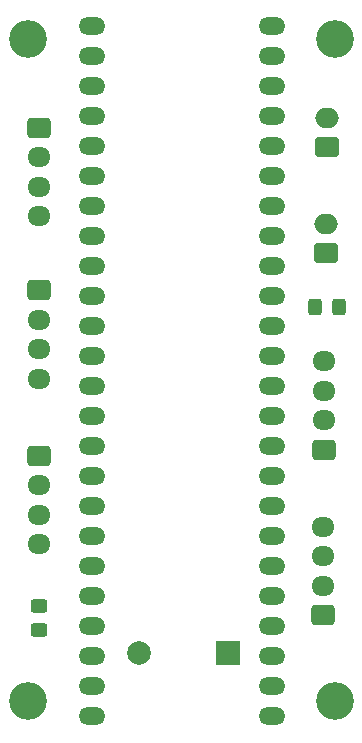
<source format=gbr>
%TF.GenerationSoftware,KiCad,Pcbnew,8.0.8*%
%TF.CreationDate,2025-02-07T05:57:41-05:00*%
%TF.ProjectId,mcu-board,6d63752d-626f-4617-9264-2e6b69636164,rev?*%
%TF.SameCoordinates,Original*%
%TF.FileFunction,Soldermask,Top*%
%TF.FilePolarity,Negative*%
%FSLAX46Y46*%
G04 Gerber Fmt 4.6, Leading zero omitted, Abs format (unit mm)*
G04 Created by KiCad (PCBNEW 8.0.8) date 2025-02-07 05:57:41*
%MOMM*%
%LPD*%
G01*
G04 APERTURE LIST*
G04 Aperture macros list*
%AMRoundRect*
0 Rectangle with rounded corners*
0 $1 Rounding radius*
0 $2 $3 $4 $5 $6 $7 $8 $9 X,Y pos of 4 corners*
0 Add a 4 corners polygon primitive as box body*
4,1,4,$2,$3,$4,$5,$6,$7,$8,$9,$2,$3,0*
0 Add four circle primitives for the rounded corners*
1,1,$1+$1,$2,$3*
1,1,$1+$1,$4,$5*
1,1,$1+$1,$6,$7*
1,1,$1+$1,$8,$9*
0 Add four rect primitives between the rounded corners*
20,1,$1+$1,$2,$3,$4,$5,0*
20,1,$1+$1,$4,$5,$6,$7,0*
20,1,$1+$1,$6,$7,$8,$9,0*
20,1,$1+$1,$8,$9,$2,$3,0*%
G04 Aperture macros list end*
%ADD10RoundRect,0.250000X0.725000X-0.600000X0.725000X0.600000X-0.725000X0.600000X-0.725000X-0.600000X0*%
%ADD11O,1.950000X1.700000*%
%ADD12RoundRect,0.250000X0.750000X-0.600000X0.750000X0.600000X-0.750000X0.600000X-0.750000X-0.600000X0*%
%ADD13O,2.000000X1.700000*%
%ADD14C,3.200000*%
%ADD15RoundRect,0.250000X-0.725000X0.600000X-0.725000X-0.600000X0.725000X-0.600000X0.725000X0.600000X0*%
%ADD16RoundRect,0.250000X0.450000X-0.325000X0.450000X0.325000X-0.450000X0.325000X-0.450000X-0.325000X0*%
%ADD17RoundRect,0.250000X0.325000X0.450000X-0.325000X0.450000X-0.325000X-0.450000X0.325000X-0.450000X0*%
%ADD18O,2.250000X1.500000*%
%ADD19R,2.000000X2.000000*%
%ADD20C,2.000000*%
G04 APERTURE END LIST*
D10*
%TO.C,J8*%
X177000000Y-91750000D03*
D11*
X177000000Y-89250000D03*
X177000000Y-86750000D03*
X177000000Y-84250000D03*
%TD*%
D12*
%TO.C,J3*%
X177250000Y-61125000D03*
D13*
X177250000Y-58625000D03*
%TD*%
D10*
%TO.C,J1*%
X177125000Y-77750000D03*
D11*
X177125000Y-75250000D03*
X177125000Y-72750000D03*
X177125000Y-70250000D03*
%TD*%
D12*
%TO.C,J4*%
X177325000Y-52125000D03*
D13*
X177325000Y-49625000D03*
%TD*%
D14*
%TO.C,H3*%
X178000000Y-43000000D03*
%TD*%
D15*
%TO.C,J6*%
X153000000Y-50500000D03*
D11*
X153000000Y-53000000D03*
X153000000Y-55500000D03*
X153000000Y-58000000D03*
%TD*%
D15*
%TO.C,J2*%
X153000000Y-78250000D03*
D11*
X153000000Y-80750000D03*
X153000000Y-83250000D03*
X153000000Y-85750000D03*
%TD*%
D14*
%TO.C,H4*%
X152000000Y-43000000D03*
%TD*%
D15*
%TO.C,J7*%
X153000000Y-64250000D03*
D11*
X153000000Y-66750000D03*
X153000000Y-69250000D03*
X153000000Y-71750000D03*
%TD*%
D14*
%TO.C,H1*%
X152000000Y-99000000D03*
%TD*%
D16*
%TO.C,D2*%
X153000000Y-93024999D03*
X153000000Y-90975001D03*
%TD*%
D17*
%TO.C,D1*%
X178399999Y-65625000D03*
X176350001Y-65625000D03*
%TD*%
D18*
%TO.C,Teensy4.2*%
X157480000Y-41910000D03*
X157480000Y-44450000D03*
X157480000Y-46990000D03*
X157480000Y-49530000D03*
X157480000Y-52070000D03*
X157480000Y-54610000D03*
X157480000Y-57150000D03*
X157480000Y-59690000D03*
X157480000Y-62230000D03*
X157480000Y-64770000D03*
X157480000Y-67310000D03*
X157480000Y-69850000D03*
X157480000Y-72390000D03*
X157480000Y-74930000D03*
X157480000Y-77470000D03*
X157480000Y-80010000D03*
X157480000Y-82550000D03*
X157480000Y-85090000D03*
X157480000Y-87630000D03*
X157480000Y-90170000D03*
X157480000Y-92710000D03*
X157480000Y-95250000D03*
X157480000Y-97790000D03*
X157480000Y-100330000D03*
X172720000Y-100330000D03*
X172720000Y-97790000D03*
X172720000Y-95250000D03*
X172720000Y-92710000D03*
X172720000Y-90170000D03*
X172720000Y-87630000D03*
X172720000Y-85090000D03*
X172720000Y-82550000D03*
X172720000Y-80010000D03*
X172720000Y-77470000D03*
X172720000Y-74930000D03*
X172720000Y-72390000D03*
X172720000Y-69850000D03*
X172720000Y-67310000D03*
X172720000Y-64770000D03*
X172720000Y-62230000D03*
X172720000Y-59690000D03*
X172720000Y-57150000D03*
X172720000Y-54610000D03*
X172720000Y-52070000D03*
X172720000Y-49530000D03*
X172720000Y-46990000D03*
X172720000Y-44450000D03*
X172720000Y-41910000D03*
%TD*%
D14*
%TO.C,H2*%
X178000000Y-99000000D03*
%TD*%
D19*
%TO.C,BZ1*%
X169000000Y-95000000D03*
D20*
X161399999Y-95000000D03*
%TD*%
M02*

</source>
